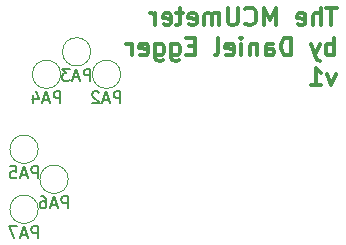
<source format=gbr>
G04 #@! TF.GenerationSoftware,KiCad,Pcbnew,(5.0.1-3-g963ef8bb5)*
G04 #@! TF.CreationDate,2018-11-12T01:28:12+01:00*
G04 #@! TF.ProjectId,MCUmeter,4D43556D657465722E6B696361645F70,rev?*
G04 #@! TF.SameCoordinates,Original*
G04 #@! TF.FileFunction,Legend,Bot*
G04 #@! TF.FilePolarity,Positive*
%FSLAX46Y46*%
G04 Gerber Fmt 4.6, Leading zero omitted, Abs format (unit mm)*
G04 Created by KiCad (PCBNEW (5.0.1-3-g963ef8bb5)) date 2018 November 12, Monday 01:28:12*
%MOMM*%
%LPD*%
G01*
G04 APERTURE LIST*
%ADD10C,0.300000*%
%ADD11C,0.120000*%
%ADD12C,0.150000*%
G04 APERTURE END LIST*
D10*
X157904142Y-62922571D02*
X157047000Y-62922571D01*
X157475571Y-64422571D02*
X157475571Y-62922571D01*
X156547000Y-64422571D02*
X156547000Y-62922571D01*
X155904142Y-64422571D02*
X155904142Y-63636857D01*
X155975571Y-63494000D01*
X156118428Y-63422571D01*
X156332714Y-63422571D01*
X156475571Y-63494000D01*
X156547000Y-63565428D01*
X154618428Y-64351142D02*
X154761285Y-64422571D01*
X155047000Y-64422571D01*
X155189857Y-64351142D01*
X155261285Y-64208285D01*
X155261285Y-63636857D01*
X155189857Y-63494000D01*
X155047000Y-63422571D01*
X154761285Y-63422571D01*
X154618428Y-63494000D01*
X154547000Y-63636857D01*
X154547000Y-63779714D01*
X155261285Y-63922571D01*
X152761285Y-64422571D02*
X152761285Y-62922571D01*
X152261285Y-63994000D01*
X151761285Y-62922571D01*
X151761285Y-64422571D01*
X150189857Y-64279714D02*
X150261285Y-64351142D01*
X150475571Y-64422571D01*
X150618428Y-64422571D01*
X150832714Y-64351142D01*
X150975571Y-64208285D01*
X151047000Y-64065428D01*
X151118428Y-63779714D01*
X151118428Y-63565428D01*
X151047000Y-63279714D01*
X150975571Y-63136857D01*
X150832714Y-62994000D01*
X150618428Y-62922571D01*
X150475571Y-62922571D01*
X150261285Y-62994000D01*
X150189857Y-63065428D01*
X149547000Y-62922571D02*
X149547000Y-64136857D01*
X149475571Y-64279714D01*
X149404142Y-64351142D01*
X149261285Y-64422571D01*
X148975571Y-64422571D01*
X148832714Y-64351142D01*
X148761285Y-64279714D01*
X148689857Y-64136857D01*
X148689857Y-62922571D01*
X147975571Y-64422571D02*
X147975571Y-63422571D01*
X147975571Y-63565428D02*
X147904142Y-63494000D01*
X147761285Y-63422571D01*
X147547000Y-63422571D01*
X147404142Y-63494000D01*
X147332714Y-63636857D01*
X147332714Y-64422571D01*
X147332714Y-63636857D02*
X147261285Y-63494000D01*
X147118428Y-63422571D01*
X146904142Y-63422571D01*
X146761285Y-63494000D01*
X146689857Y-63636857D01*
X146689857Y-64422571D01*
X145404142Y-64351142D02*
X145547000Y-64422571D01*
X145832714Y-64422571D01*
X145975571Y-64351142D01*
X146047000Y-64208285D01*
X146047000Y-63636857D01*
X145975571Y-63494000D01*
X145832714Y-63422571D01*
X145547000Y-63422571D01*
X145404142Y-63494000D01*
X145332714Y-63636857D01*
X145332714Y-63779714D01*
X146047000Y-63922571D01*
X144904142Y-63422571D02*
X144332714Y-63422571D01*
X144689857Y-62922571D02*
X144689857Y-64208285D01*
X144618428Y-64351142D01*
X144475571Y-64422571D01*
X144332714Y-64422571D01*
X143261285Y-64351142D02*
X143404142Y-64422571D01*
X143689857Y-64422571D01*
X143832714Y-64351142D01*
X143904142Y-64208285D01*
X143904142Y-63636857D01*
X143832714Y-63494000D01*
X143689857Y-63422571D01*
X143404142Y-63422571D01*
X143261285Y-63494000D01*
X143189857Y-63636857D01*
X143189857Y-63779714D01*
X143904142Y-63922571D01*
X142547000Y-64422571D02*
X142547000Y-63422571D01*
X142547000Y-63708285D02*
X142475571Y-63565428D01*
X142404142Y-63494000D01*
X142261285Y-63422571D01*
X142118428Y-63422571D01*
X157689857Y-66972571D02*
X157689857Y-65472571D01*
X157689857Y-66044000D02*
X157547000Y-65972571D01*
X157261285Y-65972571D01*
X157118428Y-66044000D01*
X157047000Y-66115428D01*
X156975571Y-66258285D01*
X156975571Y-66686857D01*
X157047000Y-66829714D01*
X157118428Y-66901142D01*
X157261285Y-66972571D01*
X157547000Y-66972571D01*
X157689857Y-66901142D01*
X156475571Y-65972571D02*
X156118428Y-66972571D01*
X155761285Y-65972571D02*
X156118428Y-66972571D01*
X156261285Y-67329714D01*
X156332714Y-67401142D01*
X156475571Y-67472571D01*
X154047000Y-66972571D02*
X154047000Y-65472571D01*
X153689857Y-65472571D01*
X153475571Y-65544000D01*
X153332714Y-65686857D01*
X153261285Y-65829714D01*
X153189857Y-66115428D01*
X153189857Y-66329714D01*
X153261285Y-66615428D01*
X153332714Y-66758285D01*
X153475571Y-66901142D01*
X153689857Y-66972571D01*
X154047000Y-66972571D01*
X151904142Y-66972571D02*
X151904142Y-66186857D01*
X151975571Y-66044000D01*
X152118428Y-65972571D01*
X152404142Y-65972571D01*
X152547000Y-66044000D01*
X151904142Y-66901142D02*
X152047000Y-66972571D01*
X152404142Y-66972571D01*
X152547000Y-66901142D01*
X152618428Y-66758285D01*
X152618428Y-66615428D01*
X152547000Y-66472571D01*
X152404142Y-66401142D01*
X152047000Y-66401142D01*
X151904142Y-66329714D01*
X151189857Y-65972571D02*
X151189857Y-66972571D01*
X151189857Y-66115428D02*
X151118428Y-66044000D01*
X150975571Y-65972571D01*
X150761285Y-65972571D01*
X150618428Y-66044000D01*
X150547000Y-66186857D01*
X150547000Y-66972571D01*
X149832714Y-66972571D02*
X149832714Y-65972571D01*
X149832714Y-65472571D02*
X149904142Y-65544000D01*
X149832714Y-65615428D01*
X149761285Y-65544000D01*
X149832714Y-65472571D01*
X149832714Y-65615428D01*
X148547000Y-66901142D02*
X148689857Y-66972571D01*
X148975571Y-66972571D01*
X149118428Y-66901142D01*
X149189857Y-66758285D01*
X149189857Y-66186857D01*
X149118428Y-66044000D01*
X148975571Y-65972571D01*
X148689857Y-65972571D01*
X148547000Y-66044000D01*
X148475571Y-66186857D01*
X148475571Y-66329714D01*
X149189857Y-66472571D01*
X147618428Y-66972571D02*
X147761285Y-66901142D01*
X147832714Y-66758285D01*
X147832714Y-65472571D01*
X145904142Y-66186857D02*
X145404142Y-66186857D01*
X145189857Y-66972571D02*
X145904142Y-66972571D01*
X145904142Y-65472571D01*
X145189857Y-65472571D01*
X143904142Y-65972571D02*
X143904142Y-67186857D01*
X143975571Y-67329714D01*
X144047000Y-67401142D01*
X144189857Y-67472571D01*
X144404142Y-67472571D01*
X144547000Y-67401142D01*
X143904142Y-66901142D02*
X144047000Y-66972571D01*
X144332714Y-66972571D01*
X144475571Y-66901142D01*
X144547000Y-66829714D01*
X144618428Y-66686857D01*
X144618428Y-66258285D01*
X144547000Y-66115428D01*
X144475571Y-66044000D01*
X144332714Y-65972571D01*
X144047000Y-65972571D01*
X143904142Y-66044000D01*
X142547000Y-65972571D02*
X142547000Y-67186857D01*
X142618428Y-67329714D01*
X142689857Y-67401142D01*
X142832714Y-67472571D01*
X143047000Y-67472571D01*
X143189857Y-67401142D01*
X142547000Y-66901142D02*
X142689857Y-66972571D01*
X142975571Y-66972571D01*
X143118428Y-66901142D01*
X143189857Y-66829714D01*
X143261285Y-66686857D01*
X143261285Y-66258285D01*
X143189857Y-66115428D01*
X143118428Y-66044000D01*
X142975571Y-65972571D01*
X142689857Y-65972571D01*
X142547000Y-66044000D01*
X141261285Y-66901142D02*
X141404142Y-66972571D01*
X141689857Y-66972571D01*
X141832714Y-66901142D01*
X141904142Y-66758285D01*
X141904142Y-66186857D01*
X141832714Y-66044000D01*
X141689857Y-65972571D01*
X141404142Y-65972571D01*
X141261285Y-66044000D01*
X141189857Y-66186857D01*
X141189857Y-66329714D01*
X141904142Y-66472571D01*
X140547000Y-66972571D02*
X140547000Y-65972571D01*
X140547000Y-66258285D02*
X140475571Y-66115428D01*
X140404142Y-66044000D01*
X140261285Y-65972571D01*
X140118428Y-65972571D01*
X157832714Y-68522571D02*
X157475571Y-69522571D01*
X157118428Y-68522571D01*
X155761285Y-69522571D02*
X156618428Y-69522571D01*
X156189857Y-69522571D02*
X156189857Y-68022571D01*
X156332714Y-68236857D01*
X156475571Y-68379714D01*
X156618428Y-68451142D01*
D11*
G04 #@! TO.C,PA2*
X139630000Y-68580000D02*
G75*
G03X139630000Y-68580000I-1200000J0D01*
G01*
G04 #@! TO.C,PA3*
X137090000Y-66675000D02*
G75*
G03X137090000Y-66675000I-1200000J0D01*
G01*
G04 #@! TO.C,PA4*
X134550000Y-68580000D02*
G75*
G03X134550000Y-68580000I-1200000J0D01*
G01*
G04 #@! TO.C,PA5*
X132645000Y-74930000D02*
G75*
G03X132645000Y-74930000I-1200000J0D01*
G01*
G04 #@! TO.C,PA6*
X135185000Y-77470000D02*
G75*
G03X135185000Y-77470000I-1200000J0D01*
G01*
G04 #@! TO.C,PA7*
X132645000Y-80010000D02*
G75*
G03X132645000Y-80010000I-1200000J0D01*
G01*
G04 #@! TO.C,PA2*
D12*
X139596666Y-71030380D02*
X139596666Y-70030380D01*
X139215714Y-70030380D01*
X139120476Y-70078000D01*
X139072857Y-70125619D01*
X139025238Y-70220857D01*
X139025238Y-70363714D01*
X139072857Y-70458952D01*
X139120476Y-70506571D01*
X139215714Y-70554190D01*
X139596666Y-70554190D01*
X138644285Y-70744666D02*
X138168095Y-70744666D01*
X138739523Y-71030380D02*
X138406190Y-70030380D01*
X138072857Y-71030380D01*
X137787142Y-70125619D02*
X137739523Y-70078000D01*
X137644285Y-70030380D01*
X137406190Y-70030380D01*
X137310952Y-70078000D01*
X137263333Y-70125619D01*
X137215714Y-70220857D01*
X137215714Y-70316095D01*
X137263333Y-70458952D01*
X137834761Y-71030380D01*
X137215714Y-71030380D01*
G04 #@! TO.C,PA3*
X137056666Y-69125380D02*
X137056666Y-68125380D01*
X136675714Y-68125380D01*
X136580476Y-68173000D01*
X136532857Y-68220619D01*
X136485238Y-68315857D01*
X136485238Y-68458714D01*
X136532857Y-68553952D01*
X136580476Y-68601571D01*
X136675714Y-68649190D01*
X137056666Y-68649190D01*
X136104285Y-68839666D02*
X135628095Y-68839666D01*
X136199523Y-69125380D02*
X135866190Y-68125380D01*
X135532857Y-69125380D01*
X135294761Y-68125380D02*
X134675714Y-68125380D01*
X135009047Y-68506333D01*
X134866190Y-68506333D01*
X134770952Y-68553952D01*
X134723333Y-68601571D01*
X134675714Y-68696809D01*
X134675714Y-68934904D01*
X134723333Y-69030142D01*
X134770952Y-69077761D01*
X134866190Y-69125380D01*
X135151904Y-69125380D01*
X135247142Y-69077761D01*
X135294761Y-69030142D01*
G04 #@! TO.C,PA4*
X134516666Y-71030380D02*
X134516666Y-70030380D01*
X134135714Y-70030380D01*
X134040476Y-70078000D01*
X133992857Y-70125619D01*
X133945238Y-70220857D01*
X133945238Y-70363714D01*
X133992857Y-70458952D01*
X134040476Y-70506571D01*
X134135714Y-70554190D01*
X134516666Y-70554190D01*
X133564285Y-70744666D02*
X133088095Y-70744666D01*
X133659523Y-71030380D02*
X133326190Y-70030380D01*
X132992857Y-71030380D01*
X132230952Y-70363714D02*
X132230952Y-71030380D01*
X132469047Y-69982761D02*
X132707142Y-70697047D01*
X132088095Y-70697047D01*
G04 #@! TO.C,PA5*
X132611666Y-77380380D02*
X132611666Y-76380380D01*
X132230714Y-76380380D01*
X132135476Y-76428000D01*
X132087857Y-76475619D01*
X132040238Y-76570857D01*
X132040238Y-76713714D01*
X132087857Y-76808952D01*
X132135476Y-76856571D01*
X132230714Y-76904190D01*
X132611666Y-76904190D01*
X131659285Y-77094666D02*
X131183095Y-77094666D01*
X131754523Y-77380380D02*
X131421190Y-76380380D01*
X131087857Y-77380380D01*
X130278333Y-76380380D02*
X130754523Y-76380380D01*
X130802142Y-76856571D01*
X130754523Y-76808952D01*
X130659285Y-76761333D01*
X130421190Y-76761333D01*
X130325952Y-76808952D01*
X130278333Y-76856571D01*
X130230714Y-76951809D01*
X130230714Y-77189904D01*
X130278333Y-77285142D01*
X130325952Y-77332761D01*
X130421190Y-77380380D01*
X130659285Y-77380380D01*
X130754523Y-77332761D01*
X130802142Y-77285142D01*
G04 #@! TO.C,PA6*
X135151666Y-79920380D02*
X135151666Y-78920380D01*
X134770714Y-78920380D01*
X134675476Y-78968000D01*
X134627857Y-79015619D01*
X134580238Y-79110857D01*
X134580238Y-79253714D01*
X134627857Y-79348952D01*
X134675476Y-79396571D01*
X134770714Y-79444190D01*
X135151666Y-79444190D01*
X134199285Y-79634666D02*
X133723095Y-79634666D01*
X134294523Y-79920380D02*
X133961190Y-78920380D01*
X133627857Y-79920380D01*
X132865952Y-78920380D02*
X133056428Y-78920380D01*
X133151666Y-78968000D01*
X133199285Y-79015619D01*
X133294523Y-79158476D01*
X133342142Y-79348952D01*
X133342142Y-79729904D01*
X133294523Y-79825142D01*
X133246904Y-79872761D01*
X133151666Y-79920380D01*
X132961190Y-79920380D01*
X132865952Y-79872761D01*
X132818333Y-79825142D01*
X132770714Y-79729904D01*
X132770714Y-79491809D01*
X132818333Y-79396571D01*
X132865952Y-79348952D01*
X132961190Y-79301333D01*
X133151666Y-79301333D01*
X133246904Y-79348952D01*
X133294523Y-79396571D01*
X133342142Y-79491809D01*
G04 #@! TO.C,PA7*
X132611666Y-82460380D02*
X132611666Y-81460380D01*
X132230714Y-81460380D01*
X132135476Y-81508000D01*
X132087857Y-81555619D01*
X132040238Y-81650857D01*
X132040238Y-81793714D01*
X132087857Y-81888952D01*
X132135476Y-81936571D01*
X132230714Y-81984190D01*
X132611666Y-81984190D01*
X131659285Y-82174666D02*
X131183095Y-82174666D01*
X131754523Y-82460380D02*
X131421190Y-81460380D01*
X131087857Y-82460380D01*
X130849761Y-81460380D02*
X130183095Y-81460380D01*
X130611666Y-82460380D01*
G04 #@! TD*
M02*

</source>
